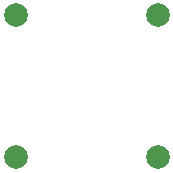
<source format=gbr>
%TF.GenerationSoftware,KiCad,Pcbnew,(5.1.5)-3*%
%TF.CreationDate,2021-04-14T07:11:28-05:00*%
%TF.ProjectId,Bottom Camera Calibration Card,426f7474-6f6d-4204-9361-6d6572612043,rev?*%
%TF.SameCoordinates,Original*%
%TF.FileFunction,Soldermask,Top*%
%TF.FilePolarity,Negative*%
%FSLAX46Y46*%
G04 Gerber Fmt 4.6, Leading zero omitted, Abs format (unit mm)*
G04 Created by KiCad (PCBNEW (5.1.5)-3) date 2021-04-14 07:11:28*
%MOMM*%
%LPD*%
G04 APERTURE LIST*
%ADD10C,2.000000*%
G04 APERTURE END LIST*
D10*
%TO.C,FID4*%
X156000000Y-156000000D03*
%TD*%
%TO.C,FID3*%
X144000000Y-156000000D03*
%TD*%
%TO.C,FID2*%
X156000000Y-144000000D03*
%TD*%
%TO.C,FID1*%
X144000000Y-144000000D03*
%TD*%
M02*

</source>
